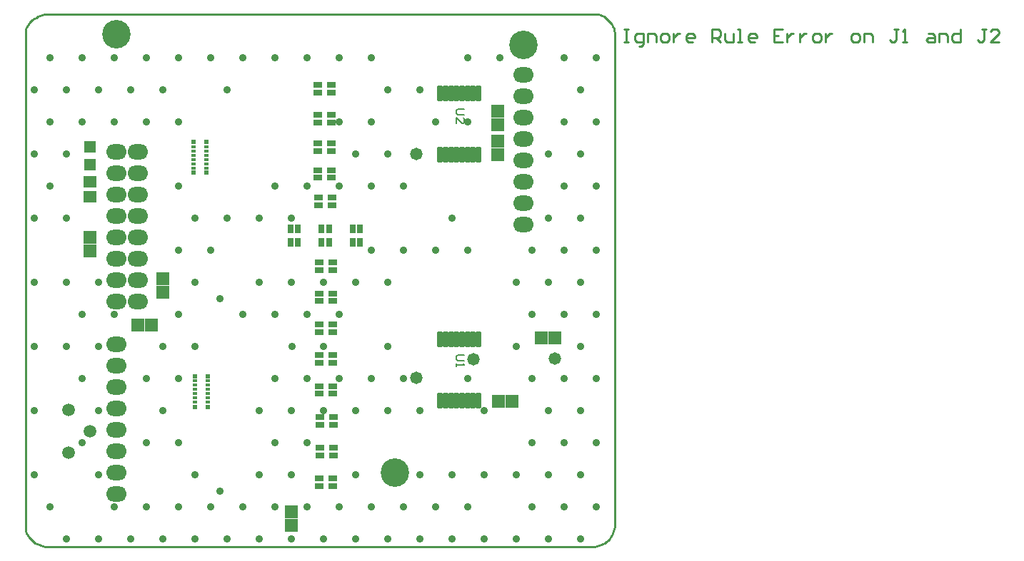
<source format=gts>
G04*
G04 #@! TF.GenerationSoftware,Altium Limited,Altium Designer,22.10.1 (41)*
G04*
G04 Layer_Color=8388736*
%FSLAX25Y25*%
%MOIN*%
G70*
G04*
G04 #@! TF.SameCoordinates,DCEE1EC3-E607-4C09-92B5-72201EF966A2*
G04*
G04*
G04 #@! TF.FilePolarity,Negative*
G04*
G01*
G75*
%ADD13C,0.00591*%
%ADD15C,0.01000*%
G04:AMPARAMS|DCode=16|XSize=25.72mil|YSize=72.96mil|CornerRadius=5.95mil|HoleSize=0mil|Usage=FLASHONLY|Rotation=0.000|XOffset=0mil|YOffset=0mil|HoleType=Round|Shape=RoundedRectangle|*
%AMROUNDEDRECTD16*
21,1,0.02572,0.06106,0,0,0.0*
21,1,0.01382,0.07296,0,0,0.0*
1,1,0.01190,0.00691,-0.03053*
1,1,0.01190,-0.00691,-0.03053*
1,1,0.01190,-0.00691,0.03053*
1,1,0.01190,0.00691,0.03053*
%
%ADD16ROUNDEDRECTD16*%
%ADD17R,0.06312X0.05918*%
%ADD18R,0.05918X0.06312*%
%ADD19R,0.06115X0.05328*%
%ADD20R,0.05524X0.05524*%
%ADD21R,0.02221X0.01236*%
%ADD22R,0.03950X0.02769*%
%ADD23R,0.02769X0.03950*%
%ADD24R,0.02221X0.01925*%
%ADD25C,0.05879*%
%ADD26O,0.09658X0.07099*%
%ADD27C,0.03600*%
%ADD28C,0.05800*%
%ADD29C,0.13300*%
D13*
X204936Y204500D02*
X201656D01*
X201000Y203844D01*
Y202532D01*
X201656Y201876D01*
X204936D01*
X201000Y197940D02*
Y200564D01*
X203624Y197940D01*
X204280D01*
X204936Y198596D01*
Y199908D01*
X204280Y200564D01*
X204936Y89500D02*
X201656D01*
X201000Y88844D01*
Y87532D01*
X201656Y86876D01*
X204936D01*
X201000Y85564D02*
Y84252D01*
Y84908D01*
X204936D01*
X204280Y85564D01*
D15*
X0Y9000D02*
X62Y8055D01*
X247Y7125D01*
X551Y6228D01*
X970Y5379D01*
X1497Y4591D01*
X2121Y3879D01*
X3000Y3000D02*
X3745Y2325D01*
X4552Y1726D01*
X5414Y1209D01*
X6323Y780D01*
X7269Y441D01*
X8244Y197D01*
X9239Y49D01*
X10243Y0D01*
X264757D02*
X265761Y49D01*
X266756Y197D01*
X267731Y441D01*
X268677Y780D01*
X269586Y1209D01*
X270448Y1726D01*
X271255Y2325D01*
X272000Y3000D01*
X272675Y3745D01*
X273274Y4552D01*
X273791Y5414D01*
X274220Y6323D01*
X274559Y7269D01*
X274803Y8244D01*
X274951Y9239D01*
X275000Y10243D01*
X270768Y247232D02*
X270048Y247847D01*
X269240Y248342D01*
X268365Y248705D01*
X267444Y248926D01*
X266500Y249000D01*
X275000Y240172D02*
X274916Y241240D01*
X274666Y242282D01*
X274256Y243272D01*
X273696Y244185D01*
X273000Y245000D01*
X11000Y249000D02*
X9948Y248954D01*
X8904Y248817D01*
X7876Y248589D01*
X6871Y248272D01*
X5899Y247869D01*
X4964Y247383D01*
X4076Y246817D01*
X3241Y246176D01*
X2465Y245464D01*
X2121Y245121D02*
X1497Y244409D01*
X970Y243621D01*
X551Y242772D01*
X247Y241875D01*
X62Y240945D01*
X0Y240000D01*
X2121Y3879D02*
X3000Y3000D01*
X10243Y0D02*
X264757D01*
X275000Y10243D02*
Y237500D01*
X262000Y249000D02*
X266500D01*
X270768Y247232D02*
X273000Y245000D01*
X275000Y237500D02*
Y240172D01*
X11000Y249000D02*
X262000D01*
X2121Y245121D02*
X2465Y245464D01*
X0Y9000D02*
Y240000D01*
X279500Y241997D02*
X281499D01*
X280500D01*
Y235999D01*
X279500D01*
X281499D01*
X286498Y234000D02*
X287497D01*
X288497Y235000D01*
Y239998D01*
X285498D01*
X284498Y238998D01*
Y236999D01*
X285498Y235999D01*
X288497D01*
X290496D02*
Y239998D01*
X293495D01*
X294495Y238998D01*
Y235999D01*
X297494D02*
X299494D01*
X300493Y236999D01*
Y238998D01*
X299494Y239998D01*
X297494D01*
X296495Y238998D01*
Y236999D01*
X297494Y235999D01*
X302493Y239998D02*
Y235999D01*
Y237999D01*
X303492Y238998D01*
X304492Y239998D01*
X305492D01*
X311490Y235999D02*
X309490D01*
X308491Y236999D01*
Y238998D01*
X309490Y239998D01*
X311490D01*
X312489Y238998D01*
Y237999D01*
X308491D01*
X320487Y235999D02*
Y241997D01*
X323486D01*
X324485Y240998D01*
Y238998D01*
X323486Y237999D01*
X320487D01*
X322486D02*
X324485Y235999D01*
X326485Y239998D02*
Y236999D01*
X327484Y235999D01*
X330484D01*
Y239998D01*
X332483Y235999D02*
X334482D01*
X333483D01*
Y241997D01*
X332483D01*
X340480Y235999D02*
X338481D01*
X337481Y236999D01*
Y238998D01*
X338481Y239998D01*
X340480D01*
X341480Y238998D01*
Y237999D01*
X337481D01*
X353476Y241997D02*
X349477D01*
Y235999D01*
X353476D01*
X349477Y238998D02*
X351477D01*
X355475Y239998D02*
Y235999D01*
Y237999D01*
X356475Y238998D01*
X357475Y239998D01*
X358474D01*
X361473D02*
Y235999D01*
Y237999D01*
X362473Y238998D01*
X363473Y239998D01*
X364473D01*
X368471Y235999D02*
X370471D01*
X371470Y236999D01*
Y238998D01*
X370471Y239998D01*
X368471D01*
X367472Y238998D01*
Y236999D01*
X368471Y235999D01*
X373470Y239998D02*
Y235999D01*
Y237999D01*
X374469Y238998D01*
X375469Y239998D01*
X376469D01*
X386465Y235999D02*
X388465D01*
X389464Y236999D01*
Y238998D01*
X388465Y239998D01*
X386465D01*
X385466Y238998D01*
Y236999D01*
X386465Y235999D01*
X391464D02*
Y239998D01*
X394463D01*
X395462Y238998D01*
Y235999D01*
X407459Y241997D02*
X405459D01*
X406459D01*
Y236999D01*
X405459Y235999D01*
X404460D01*
X403460Y236999D01*
X409458Y235999D02*
X411457D01*
X410458D01*
Y241997D01*
X409458Y240998D01*
X421454Y239998D02*
X423453D01*
X424453Y238998D01*
Y235999D01*
X421454D01*
X420454Y236999D01*
X421454Y237999D01*
X424453D01*
X426452Y235999D02*
Y239998D01*
X429452D01*
X430451Y238998D01*
Y235999D01*
X436449Y241997D02*
Y235999D01*
X433450D01*
X432450Y236999D01*
Y238998D01*
X433450Y239998D01*
X436449D01*
X448445Y241997D02*
X446446D01*
X447446D01*
Y236999D01*
X446446Y235999D01*
X445446D01*
X444447Y236999D01*
X454443Y235999D02*
X450445D01*
X454443Y239998D01*
Y240998D01*
X453444Y241997D01*
X451444D01*
X450445Y240998D01*
D16*
X211457Y211772D02*
D03*
X208898D02*
D03*
X206339D02*
D03*
X203780D02*
D03*
X201220D02*
D03*
X198661D02*
D03*
X196102D02*
D03*
X193543D02*
D03*
X211457Y183228D02*
D03*
X208898D02*
D03*
X206339D02*
D03*
X203780D02*
D03*
X201220D02*
D03*
X198661D02*
D03*
X196102D02*
D03*
X193543D02*
D03*
Y68228D02*
D03*
X196102D02*
D03*
X198661D02*
D03*
X201220D02*
D03*
X203780D02*
D03*
X206339D02*
D03*
X208898D02*
D03*
X211457D02*
D03*
X193543Y96772D02*
D03*
X196102D02*
D03*
X198661D02*
D03*
X201220D02*
D03*
X203780D02*
D03*
X206339D02*
D03*
X208898D02*
D03*
X211457D02*
D03*
D17*
X64000Y118850D02*
D03*
Y125150D02*
D03*
X124000Y16299D02*
D03*
Y10000D02*
D03*
X220500Y189650D02*
D03*
Y183350D02*
D03*
Y203650D02*
D03*
Y197350D02*
D03*
X30000Y138350D02*
D03*
Y144650D02*
D03*
D18*
X240850Y97500D02*
D03*
X247150D02*
D03*
X58650Y103500D02*
D03*
X52350D02*
D03*
X227000Y68000D02*
D03*
X220701D02*
D03*
D19*
X30000Y170445D02*
D03*
Y163555D02*
D03*
D20*
Y178500D02*
D03*
Y186768D02*
D03*
D21*
X84953Y67579D02*
D03*
Y77421D02*
D03*
Y69547D02*
D03*
Y75453D02*
D03*
Y73484D02*
D03*
Y71516D02*
D03*
X79047Y67579D02*
D03*
Y71516D02*
D03*
Y73484D02*
D03*
Y75453D02*
D03*
Y69547D02*
D03*
Y77421D02*
D03*
X84453Y186921D02*
D03*
Y179047D02*
D03*
Y184953D02*
D03*
Y182984D02*
D03*
Y181016D02*
D03*
Y177079D02*
D03*
X78547D02*
D03*
Y181016D02*
D03*
Y182984D02*
D03*
Y184953D02*
D03*
Y179047D02*
D03*
Y186921D02*
D03*
D22*
X137350Y42728D02*
D03*
X136850Y163272D02*
D03*
X143150D02*
D03*
Y159728D02*
D03*
X136850D02*
D03*
X136500Y188500D02*
D03*
X142799D02*
D03*
Y184957D02*
D03*
X136500D02*
D03*
X137000Y103914D02*
D03*
X143299D02*
D03*
Y100371D02*
D03*
X137000D02*
D03*
Y89486D02*
D03*
X143299D02*
D03*
Y85943D02*
D03*
X137000D02*
D03*
X137350Y46272D02*
D03*
X143650D02*
D03*
Y42728D02*
D03*
X137000Y75057D02*
D03*
X143299D02*
D03*
Y71514D02*
D03*
X137000D02*
D03*
Y118343D02*
D03*
X143299D02*
D03*
Y114800D02*
D03*
X137000D02*
D03*
X136500Y176043D02*
D03*
X142799D02*
D03*
Y172500D02*
D03*
X136500D02*
D03*
X137500Y60500D02*
D03*
X143799D02*
D03*
Y56957D02*
D03*
X137500D02*
D03*
X137000Y132772D02*
D03*
X143299D02*
D03*
Y129228D02*
D03*
X137000D02*
D03*
X136350Y215772D02*
D03*
X142650D02*
D03*
Y212228D02*
D03*
X136350D02*
D03*
X137000Y31772D02*
D03*
X143299D02*
D03*
Y28228D02*
D03*
X137000D02*
D03*
X136350Y201772D02*
D03*
X142650D02*
D03*
Y198228D02*
D03*
X136350D02*
D03*
D23*
X127272Y148650D02*
D03*
Y142350D02*
D03*
X123728D02*
D03*
Y148650D02*
D03*
X156272D02*
D03*
Y142350D02*
D03*
X152728D02*
D03*
Y148650D02*
D03*
X141772D02*
D03*
Y142350D02*
D03*
X138228D02*
D03*
Y148650D02*
D03*
D24*
X84953Y79734D02*
D03*
Y65266D02*
D03*
X79047D02*
D03*
Y79734D02*
D03*
X84453Y189234D02*
D03*
Y174766D02*
D03*
X78547D02*
D03*
Y189234D02*
D03*
D25*
X30000Y54000D02*
D03*
X20000Y64000D02*
D03*
Y44000D02*
D03*
D26*
X42500Y94583D02*
D03*
Y34583D02*
D03*
Y54583D02*
D03*
Y64583D02*
D03*
Y84583D02*
D03*
Y74583D02*
D03*
Y44583D02*
D03*
Y24583D02*
D03*
X52500Y124583D02*
D03*
Y144583D02*
D03*
Y154583D02*
D03*
Y184583D02*
D03*
Y174583D02*
D03*
Y164583D02*
D03*
Y134583D02*
D03*
Y114583D02*
D03*
X42500Y124583D02*
D03*
Y144583D02*
D03*
Y154583D02*
D03*
Y184583D02*
D03*
Y174583D02*
D03*
Y164583D02*
D03*
Y134583D02*
D03*
Y114583D02*
D03*
X232500Y210583D02*
D03*
Y190583D02*
D03*
Y180583D02*
D03*
Y150583D02*
D03*
Y160583D02*
D03*
Y170583D02*
D03*
Y200583D02*
D03*
Y220583D02*
D03*
D27*
X266500Y228500D02*
D03*
X259000Y213500D02*
D03*
X266500Y198500D02*
D03*
X259000Y183500D02*
D03*
X266500Y168500D02*
D03*
X259000Y153500D02*
D03*
X266500Y138500D02*
D03*
X259000Y123500D02*
D03*
X266500Y108500D02*
D03*
X259000Y93500D02*
D03*
X266500Y78500D02*
D03*
X259000Y63500D02*
D03*
X266500Y48500D02*
D03*
X259000Y33500D02*
D03*
X266500Y18500D02*
D03*
X259000Y3500D02*
D03*
X251500Y228500D02*
D03*
Y198500D02*
D03*
X244000Y183500D02*
D03*
X251500Y168500D02*
D03*
X244000Y153500D02*
D03*
X251500Y138500D02*
D03*
X244000Y123500D02*
D03*
X251500Y108500D02*
D03*
Y78500D02*
D03*
X244000Y63500D02*
D03*
X251500Y48500D02*
D03*
X244000Y33500D02*
D03*
X251500Y18500D02*
D03*
X244000Y3500D02*
D03*
X236500Y138500D02*
D03*
X229000Y123500D02*
D03*
X236500Y108500D02*
D03*
X229000Y93500D02*
D03*
X236500Y78500D02*
D03*
Y48500D02*
D03*
X229000Y33500D02*
D03*
X236500Y18500D02*
D03*
X229000Y3500D02*
D03*
X221500Y228500D02*
D03*
X214000Y63500D02*
D03*
Y33500D02*
D03*
Y3500D02*
D03*
X206500Y228500D02*
D03*
Y198500D02*
D03*
X199000Y153500D02*
D03*
X206500Y138500D02*
D03*
Y78500D02*
D03*
X199000Y33500D02*
D03*
X206500Y18500D02*
D03*
X199000Y3500D02*
D03*
X184000Y213500D02*
D03*
X191500Y198500D02*
D03*
Y138500D02*
D03*
X184000Y63500D02*
D03*
Y33500D02*
D03*
X191500Y18500D02*
D03*
X184000Y3500D02*
D03*
X169000Y213500D02*
D03*
Y183500D02*
D03*
X176500Y168500D02*
D03*
Y138500D02*
D03*
X169000Y123500D02*
D03*
Y93500D02*
D03*
X176500Y78500D02*
D03*
X169000Y63500D02*
D03*
X176500Y18500D02*
D03*
X169000Y3500D02*
D03*
X161500Y228500D02*
D03*
Y198500D02*
D03*
X154000Y183500D02*
D03*
X161500Y168500D02*
D03*
Y138500D02*
D03*
X154000Y123500D02*
D03*
X161500Y78500D02*
D03*
X154000Y63500D02*
D03*
Y33500D02*
D03*
X161500Y18500D02*
D03*
X154000Y3500D02*
D03*
X146500Y228500D02*
D03*
Y198500D02*
D03*
Y168500D02*
D03*
X139000Y123500D02*
D03*
X146500Y108500D02*
D03*
X139000Y93500D02*
D03*
X146500Y78500D02*
D03*
X139000Y63500D02*
D03*
X146500Y18500D02*
D03*
X139000Y3500D02*
D03*
X131500Y228500D02*
D03*
Y168500D02*
D03*
X124000Y153500D02*
D03*
Y123500D02*
D03*
X131500Y108500D02*
D03*
Y78500D02*
D03*
X124000Y63500D02*
D03*
X131500Y48500D02*
D03*
X124000Y33500D02*
D03*
X131500Y18500D02*
D03*
X124000Y3500D02*
D03*
X116500Y228500D02*
D03*
Y168500D02*
D03*
X109000Y153500D02*
D03*
Y123500D02*
D03*
X116500Y108500D02*
D03*
Y78500D02*
D03*
X109000Y63500D02*
D03*
X116500Y48500D02*
D03*
X109000Y33500D02*
D03*
X116500Y18500D02*
D03*
X109000Y3500D02*
D03*
X101500Y228500D02*
D03*
X94000Y213500D02*
D03*
Y153500D02*
D03*
X101500Y108500D02*
D03*
Y18500D02*
D03*
X94000Y3500D02*
D03*
X86500Y228500D02*
D03*
X79000Y153500D02*
D03*
X86500Y138500D02*
D03*
X79000Y123500D02*
D03*
Y93500D02*
D03*
Y33500D02*
D03*
X86500Y18500D02*
D03*
X79000Y3500D02*
D03*
X71500Y228500D02*
D03*
X64000Y213500D02*
D03*
X71500Y198500D02*
D03*
Y168500D02*
D03*
Y138500D02*
D03*
Y108500D02*
D03*
X64000Y93500D02*
D03*
X71500Y78500D02*
D03*
X64000Y63500D02*
D03*
X71500Y48500D02*
D03*
Y18500D02*
D03*
X64000Y3500D02*
D03*
X56500Y228500D02*
D03*
X49000Y213500D02*
D03*
X56500Y198500D02*
D03*
Y78500D02*
D03*
Y48500D02*
D03*
Y18500D02*
D03*
X49000Y3500D02*
D03*
X41500Y228500D02*
D03*
X34000Y213500D02*
D03*
X41500Y198500D02*
D03*
X34000Y123500D02*
D03*
X41500Y108500D02*
D03*
X34000Y93500D02*
D03*
Y63500D02*
D03*
Y33500D02*
D03*
X41500Y18500D02*
D03*
X34000Y3500D02*
D03*
X26500Y228500D02*
D03*
X19000Y213500D02*
D03*
X26500Y198500D02*
D03*
X19000Y183500D02*
D03*
Y153500D02*
D03*
Y123500D02*
D03*
X26500Y108500D02*
D03*
X19000Y93500D02*
D03*
X26500Y78500D02*
D03*
Y48500D02*
D03*
X19000Y3500D02*
D03*
X11500Y228500D02*
D03*
X4000Y213500D02*
D03*
X11500Y198500D02*
D03*
X4000Y183500D02*
D03*
X11500Y168500D02*
D03*
X4000Y153500D02*
D03*
Y123500D02*
D03*
Y93500D02*
D03*
Y63500D02*
D03*
Y33500D02*
D03*
X11500Y18500D02*
D03*
X124600Y93500D02*
D03*
X90850Y116000D02*
D03*
Y26000D02*
D03*
D28*
X247000Y88000D02*
D03*
X209000Y87500D02*
D03*
X182500Y79000D02*
D03*
Y183500D02*
D03*
D29*
X172500Y34583D02*
D03*
X42500Y239583D02*
D03*
X232500Y234583D02*
D03*
M02*

</source>
